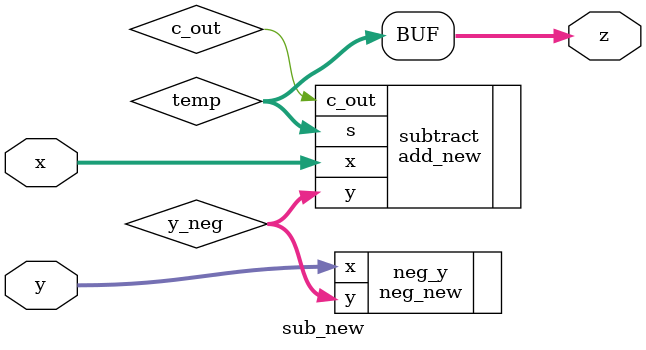
<source format=v>
module sub_new (input [31:0] x, y, output signed [31:0] z);

wire c_out;
wire signed[31:0] y_neg, temp;

neg_new neg_y(.x(y), .y(y_neg));

add_new subtract(.x(x), .y(y_neg), .c_out(c_out), .s(temp));

	assign z = temp;

endmodule
</source>
